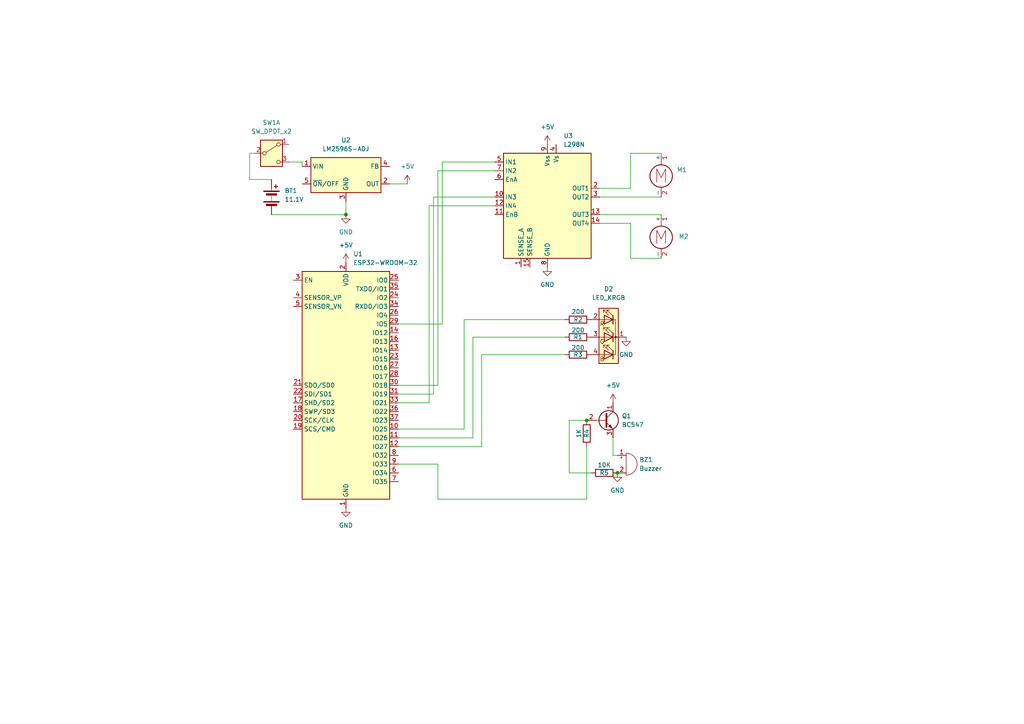
<source format=kicad_sch>
(kicad_sch (version 20250114) (generator "eeschema") (generator_version "9.0")
  (paper "A4")
  (lib_symbols
    (symbol "Device:Battery" (pin_numbers (hide yes)) (pin_names (offset 0) (hide yes))
      (property "Reference" "BT" (at 2.54 2.54 0))
      (property "Value" "Battery" (at 2.54 0 0))
      (symbol "Battery_0_1"
        (rectangle (start -2.286 1.778) (end 2.286 1.524) (fill (type outline)))
        (rectangle (start -2.286 -1.27) (end 2.286 -1.524) (fill (type outline)))
        (rectangle (start -1.524 1.016) (end 1.524 0.508) (fill (type outline)))
        (rectangle (start -1.524 -2.032) (end 1.524 -2.54) (fill (type outline)))
        (polyline (pts (xy 0 1.778) (xy 0 2.54)))
        (polyline (pts (xy 0 0) (xy 0 0.254)))
        (polyline (pts (xy 0 -0.508) (xy 0 -0.254)))
        (polyline (pts (xy 0 -1.016) (xy 0 -0.762)))
        (polyline (pts (xy 0.762 3.048) (xy 1.778 3.048)) (stroke (width 0.254)))
        (polyline (pts (xy 1.27 3.556) (xy 1.27 2.54)) (stroke (width 0.254)))
      )
      (symbol "Battery_1_1"
        (pin passive line (at 0 5.08 270) (length 2.54) (name "+") (number "1"))
        (pin passive line (at 0 -5.08 90) (length 2.54) (name "-") (number "2"))
      )
    )
    (symbol "Device:Buzzer" (pin_names (offset 0.0254) (hide yes))
      (property "Reference" "BZ" (at 3.81 1.27 0))
      (property "Value" "Buzzer" (at 3.81 -1.27 0))
      (symbol "Buzzer_0_1"
        (polyline (pts (xy -1.651 1.905) (xy -1.143 1.905)))
        (polyline (pts (xy -1.397 2.159) (xy -1.397 1.651)))
        (arc (start 0 3.175) (mid 3.1612 0) (end 0 -3.175))
        (polyline (pts (xy 0 3.175) (xy 0 -3.175)))
      )
      (symbol "Buzzer_1_1"
        (pin passive line (at -2.54 2.54 0) (length 2.54) (name "+") (number "1"))
        (pin passive line (at -2.54 -2.54 0) (length 2.54) (name "-") (number "2"))
      )
    )
    (symbol "Device:LED_KRGB" (pin_names (offset 0) (hide yes))
      (property "Reference" "D" (at 0 9.398 0))
      (property "Value" "LED_KRGB" (at 0 -8.89 0))
      (symbol "LED_KRGB_0_0"
        (text "R" (at 1.905 3.81 0) (effects (font (size 1.27 1.27))))
        (text "G" (at 1.905 -1.27 0) (effects (font (size 1.27 1.27))))
        (text "B" (at 1.905 -6.35 0) (effects (font (size 1.27 1.27))))
      )
      (symbol "LED_KRGB_0_1"
        (circle (center -2.032 0) (radius 0.254) (fill (type outline)))
        (polyline (pts (xy -1.27 6.35) (xy -1.27 3.81)) (stroke (width 0.254)))
        (polyline (pts (xy -1.27 6.35) (xy -1.27 3.81) (xy -1.27 3.81)))
        (polyline (pts (xy -1.27 5.08) (xy 1.27 5.08)))
        (polyline (pts (xy -1.27 5.08) (xy -2.032 5.08) (xy -2.032 -5.08) (xy -1.016 -5.08)))
        (polyline (pts (xy -1.27 1.27) (xy -1.27 -1.27)) (stroke (width 0.254)))
        (polyline (pts (xy -1.27 1.27) (xy -1.27 -1.27) (xy -1.27 -1.27)))
        (polyline (pts (xy -1.27 0) (xy -2.54 0)))
        (polyline (pts (xy -1.27 -3.81) (xy -1.27 -6.35)) (stroke (width 0.254)))
        (polyline (pts (xy -1.27 -5.08) (xy 1.27 -5.08)))
        (polyline (pts (xy -1.016 6.35) (xy 0.508 7.874) (xy -0.254 7.874) (xy 0.508 7.874) (xy 0.508 7.112)))
        (polyline (pts (xy -1.016 1.27) (xy 0.508 2.794) (xy -0.254 2.794) (xy 0.508 2.794) (xy 0.508 2.032)))
        (polyline (pts (xy -1.016 -3.81) (xy 0.508 -2.286) (xy -0.254 -2.286) (xy 0.508 -2.286) (xy 0.508 -3.048)))
        (polyline (pts (xy 0 6.35) (xy 1.524 7.874) (xy 0.762 7.874) (xy 1.524 7.874) (xy 1.524 7.112)))
        (polyline (pts (xy 0 1.27) (xy 1.524 2.794) (xy 0.762 2.794) (xy 1.524 2.794) (xy 1.524 2.032)))
        (polyline (pts (xy 0 -3.81) (xy 1.524 -2.286) (xy 0.762 -2.286) (xy 1.524 -2.286) (xy 1.524 -3.048)))
        (polyline (pts (xy 1.27 6.35) (xy 1.27 3.81) (xy -1.27 5.08) (xy 1.27 6.35)) (stroke (width 0.254)))
        (rectangle (start 1.27 6.35) (end 1.27 6.35))
        (polyline (pts (xy 1.27 5.08) (xy 2.54 5.08)))
        (rectangle (start 1.27 3.81) (end 1.27 6.35))
        (polyline (pts (xy 1.27 1.27) (xy 1.27 -1.27) (xy -1.27 0) (xy 1.27 1.27)) (stroke (width 0.254)))
        (rectangle (start 1.27 1.27) (end 1.27 1.27))
        (polyline (pts (xy 1.27 0) (xy -1.27 0)))
        (polyline (pts (xy 1.27 0) (xy 2.54 0)))
        (rectangle (start 1.27 -1.27) (end 1.27 1.27))
        (polyline (pts (xy 1.27 -3.81) (xy 1.27 -6.35) (xy -1.27 -5.08) (xy 1.27 -3.81)) (stroke (width 0.254)))
        (polyline (pts (xy 1.27 -5.08) (xy 2.54 -5.08)))
        (rectangle (start 2.794 8.382) (end -2.794 -7.62) (stroke (width 0.254)) (fill (type background)))
      )
      (symbol "LED_KRGB_1_1"
        (pin passive line (at -5.08 0 0) (length 2.54) (name "K") (number "1"))
        (pin passive line (at 5.08 5.08 180) (length 2.54) (name "RA") (number "2"))
        (pin passive line (at 5.08 0 180) (length 2.54) (name "GA") (number "3"))
        (pin passive line (at 5.08 -5.08 180) (length 2.54) (name "BA") (number "4"))
      )
    )
    (symbol "Driver_Motor:L298N"
      (property "Reference" "U" (at -10.16 16.51 0))
      (property "Value" "L298N" (at 12.7 16.51 0))
      (symbol "L298N_0_1"
        (rectangle (start -12.7 15.24) (end 12.7 -15.24) (stroke (width 0.254)) (fill (type background)))
      )
      (symbol "L298N_1_1"
        (pin input line (at -15.24 12.7 0) (length 2.54) (name "IN1") (number "5"))
        (pin input line (at -15.24 10.16 0) (length 2.54) (name "IN2") (number "7"))
        (pin input line (at -15.24 7.62 0) (length 2.54) (name "EnA") (number "6"))
        (pin input line (at -15.24 2.54 0) (length 2.54) (name "IN3") (number "10"))
        (pin input line (at -15.24 0 0) (length 2.54) (name "IN4") (number "12"))
        (pin input line (at -15.24 -2.54 0) (length 2.54) (name "EnB") (number "11"))
        (pin input line (at -7.62 -17.78 90) (length 2.54) (name "SENSE_A") (number "1"))
        (pin input line (at -5.08 -17.78 90) (length 2.54) (name "SENSE_B") (number "15"))
        (pin power_in line (at 0 17.78 270) (length 2.54) (name "Vss") (number "9"))
        (pin power_in line (at 0 -17.78 90) (length 2.54) (name "GND") (number "8"))
        (pin power_in line (at 2.54 17.78 270) (length 2.54) (name "Vs") (number "4"))
        (pin output line (at 15.24 5.08 180) (length 2.54) (name "OUT1") (number "2"))
        (pin output line (at 15.24 2.54 180) (length 2.54) (name "OUT2") (number "3"))
        (pin output line (at 15.24 -2.54 180) (length 2.54) (name "OUT3") (number "13"))
        (pin output line (at 15.24 -5.08 180) (length 2.54) (name "OUT4") (number "14"))
      )
    )
    (symbol "Motor:Motor_DC" (pin_names (offset 0))
      (property "Reference" "M" (at 2.54 2.54 0))
      (property "Value" "Motor_DC" (at 2.54 -5.08 0))
      (symbol "Motor_DC_0_0"
        (polyline (pts (xy -1.27 -3.302) (xy -1.27 0.508) (xy 0 -2.032) (xy 1.27 0.508) (xy 1.27 -3.302)))
      )
      (symbol "Motor_DC_0_1"
        (polyline (pts (xy 0 2.032) (xy 0 2.54)))
        (polyline (pts (xy 0 1.7272) (xy 0 2.0828)))
        (circle (center 0 -1.524) (radius 3.2512) (stroke (width 0.254)))
        (polyline (pts (xy 0 -4.7752) (xy 0 -5.1816)))
        (polyline (pts (xy 0 -7.62) (xy 0 -7.112)))
      )
      (symbol "Motor_DC_1_1"
        (pin passive line (at 0 5.08 270) (length 2.54) (name "+") (number "1"))
        (pin passive line (at 0 -7.62 90) (length 2.54) (name "-") (number "2"))
      )
    )
    (symbol "RF_Module:ESP32-WROOM-32"
      (property "Reference" "U" (at -12.7 34.29 0))
      (property "Value" "ESP32-WROOM-32" (at 1.27 34.29 0))
      (symbol "ESP32-WROOM-32_0_1"
        (rectangle (start -12.7 33.02) (end 12.7 -33.02) (stroke (width 0.254)) (fill (type background)))
      )
      (symbol "ESP32-WROOM-32_1_1"
        (pin input line (at -15.24 30.48 0) (length 2.54) (name "EN") (number "3"))
        (pin input line (at -15.24 25.4 0) (length 2.54) (name "SENSOR_VP") (number "4"))
        (pin input line (at -15.24 22.86 0) (length 2.54) (name "SENSOR_VN") (number "5"))
        (pin bidirectional line (at -15.24 0 0) (length 2.54) (name "SDO/SD0") (number "21"))
        (pin bidirectional line (at -15.24 -2.54 0) (length 2.54) (name "SDI/SD1") (number "22"))
        (pin bidirectional line (at -15.24 -5.08 0) (length 2.54) (name "SHD/SD2") (number "17"))
        (pin bidirectional line (at -15.24 -7.62 0) (length 2.54) (name "SWP/SD3") (number "18"))
        (pin bidirectional line (at -15.24 -10.16 0) (length 2.54) (name "SCK/CLK") (number "20"))
        (pin bidirectional line (at -15.24 -12.7 0) (length 2.54) (name "SCS/CMD") (number "19"))
        (pin no_connect line (at -12.7 -27.94 0) (length 2.54) (hide yes) (name "NC") (number "32"))
        (pin power_in line (at 0 35.56 270) (length 2.54) (name "VDD") (number "2"))
        (pin power_in line (at 0 -35.56 90) (length 2.54) (name "GND") (number "1"))
        (pin passive line (at 0 -35.56 90) (length 2.54) (hide yes) (name "GND") (number "15"))
        (pin passive line (at 0 -35.56 90) (length 2.54) (hide yes) (name "GND") (number "38"))
        (pin passive line (at 0 -35.56 90) (length 2.54) (hide yes) (name "GND") (number "39"))
        (pin bidirectional line (at 15.24 30.48 180) (length 2.54) (name "IO0") (number "25"))
        (pin bidirectional line (at 15.24 27.94 180) (length 2.54) (name "TXD0/IO1") (number "35"))
        (pin bidirectional line (at 15.24 25.4 180) (length 2.54) (name "IO2") (number "24"))
        (pin bidirectional line (at 15.24 22.86 180) (length 2.54) (name "RXD0/IO3") (number "34"))
        (pin bidirectional line (at 15.24 20.32 180) (length 2.54) (name "IO4") (number "26"))
        (pin bidirectional line (at 15.24 17.78 180) (length 2.54) (name "IO5") (number "29"))
        (pin bidirectional line (at 15.24 15.24 180) (length 2.54) (name "IO12") (number "14"))
        (pin bidirectional line (at 15.24 12.7 180) (length 2.54) (name "IO13") (number "16"))
        (pin bidirectional line (at 15.24 10.16 180) (length 2.54) (name "IO14") (number "13"))
        (pin bidirectional line (at 15.24 7.62 180) (length 2.54) (name "IO15") (number "23"))
        (pin bidirectional line (at 15.24 5.08 180) (length 2.54) (name "IO16") (number "27"))
        (pin bidirectional line (at 15.24 2.54 180) (length 2.54) (name "IO17") (number "28"))
        (pin bidirectional line (at 15.24 0 180) (length 2.54) (name "IO18") (number "30"))
        (pin bidirectional line (at 15.24 -2.54 180) (length 2.54) (name "IO19") (number "31"))
        (pin bidirectional line (at 15.24 -5.08 180) (length 2.54) (name "IO21") (number "33"))
        (pin bidirectional line (at 15.24 -7.62 180) (length 2.54) (name "IO22") (number "36"))
        (pin bidirectional line (at 15.24 -10.16 180) (length 2.54) (name "IO23") (number "37"))
        (pin bidirectional line (at 15.24 -12.7 180) (length 2.54) (name "IO25") (number "10"))
        (pin bidirectional line (at 15.24 -15.24 180) (length 2.54) (name "IO26") (number "11"))
        (pin bidirectional line (at 15.24 -17.78 180) (length 2.54) (name "IO27") (number "12"))
        (pin bidirectional line (at 15.24 -20.32 180) (length 2.54) (name "IO32") (number "8"))
        (pin bidirectional line (at 15.24 -22.86 180) (length 2.54) (name "IO33") (number "9"))
        (pin input line (at 15.24 -25.4 180) (length 2.54) (name "IO34") (number "6"))
        (pin input line (at 15.24 -27.94 180) (length 2.54) (name "IO35") (number "7"))
      )
    )
    (symbol "R_1" (pin_numbers (hide yes)) (pin_names (offset 0))
      (property "Reference" "R" (at 2.032 0 90))
      (property "Value" "R" (at 0 0 90))
      (symbol "R_1_0_1"
        (rectangle (start -1.016 -2.54) (end 1.016 2.54) (stroke (width 0.254)))
      )
      (symbol "R_1_1_1"
        (pin passive line (at 0 3.81 270) (length 1.27) (name "~") (number "1"))
        (pin passive line (at 0 -3.81 90) (length 1.27) (name "~") (number "2"))
      )
    )
    (symbol "Regulator_Switching:LM2596S-ADJ"
      (property "Reference" "U" (at -10.16 6.35 0))
      (property "Value" "LM2596S-ADJ" (at 0 6.35 0))
      (symbol "LM2596S-ADJ_0_1"
        (rectangle (start -10.16 5.08) (end 10.16 -5.08) (stroke (width 0.254)) (fill (type background)))
      )
      (symbol "LM2596S-ADJ_1_1"
        (pin power_in line (at -12.7 2.54 0) (length 2.54) (name "VIN") (number "1"))
        (pin input line (at -12.7 -2.54 0) (length 2.54) (name "~{ON}/OFF") (number "5"))
        (pin power_in line (at 0 -7.62 90) (length 2.54) (name "GND") (number "3"))
        (pin input line (at 12.7 2.54 180) (length 2.54) (name "FB") (number "4"))
        (pin output line (at 12.7 -2.54 180) (length 2.54) (name "OUT") (number "2"))
      )
    )
    (symbol "Switch:SW_DPDT_x2" (pin_names (offset 0) (hide yes))
      (property "Reference" "SW" (at 0 5.08 0))
      (property "Value" "SW_DPDT_x2" (at 0 -5.08 0))
      (symbol "SW_DPDT_x2_0_0"
        (circle (center -2.032 0) (radius 0.508))
        (circle (center 2.032 -2.54) (radius 0.508))
      )
      (symbol "SW_DPDT_x2_0_1"
        (rectangle (start -3.175 3.81) (end 3.175 -3.81) (stroke (width 0.254)) (fill (type background)))
        (polyline (pts (xy -1.524 0.254) (xy 1.5748 2.286)))
        (circle (center 2.032 2.54) (radius 0.508))
      )
      (symbol "SW_DPDT_x2_1_1"
        (pin passive line (at -5.08 0 0) (length 2.54) (name "B") (number "2"))
        (pin passive line (at 5.08 2.54 180) (length 2.54) (name "A") (number "1"))
        (pin passive line (at 5.08 -2.54 180) (length 2.54) (name "C") (number "3"))
      )
      (symbol "SW_DPDT_x2_2_1"
        (pin passive line (at -5.08 0 0) (length 2.54) (name "B") (number "5"))
        (pin passive line (at 5.08 2.54 180) (length 2.54) (name "A") (number "4"))
        (pin passive line (at 5.08 -2.54 180) (length 2.54) (name "C") (number "6"))
      )
    )
    (symbol "Transistor_BJT:BC547" (pin_names (offset 0) (hide yes))
      (property "Reference" "Q" (at 5.08 1.905 0))
      (property "Value" "BC547" (at 5.08 0 0))
      (symbol "BC547_0_1"
        (polyline (pts (xy -2.54 0) (xy 0.635 0)))
        (polyline (pts (xy 0.635 1.905) (xy 0.635 -1.905)) (stroke (width 0.508)))
        (circle (center 1.27 0) (radius 2.8194) (stroke (width 0.254)))
      )
      (symbol "BC547_1_1"
        (polyline (pts (xy 0.635 0.635) (xy 2.54 2.54)))
        (polyline (pts (xy 0.635 -0.635) (xy 2.54 -2.54)))
        (polyline (pts (xy 1.27 -1.778) (xy 1.778 -1.27) (xy 2.286 -2.286) (xy 1.27 -1.778)) (fill (type outline)))
        (pin input line (at -5.08 0 0) (length 2.54) (name "B") (number "2"))
        (pin passive line (at 2.54 5.08 270) (length 2.54) (name "C") (number "1"))
        (pin passive line (at 2.54 -5.08 90) (length 2.54) (name "E") (number "3"))
      )
    )
    (symbol "power:+5V" (power) (pin_numbers (hide yes)) (pin_names (offset 0) (hide yes))
      (property "Value" "+5V" (at 0 3.556 0))
      (symbol "+5V_0_1"
        (polyline (pts (xy -0.762 1.27) (xy 0 2.54)))
        (polyline (pts (xy 0 2.54) (xy 0.762 1.27)))
        (polyline (pts (xy 0 0) (xy 0 2.54)))
      )
      (symbol "+5V_1_1"
        (pin power_in line (at 0 0 90) (length 0) (name "~") (number "1"))
      )
    )
    (symbol "power:GND" (power) (pin_numbers (hide yes)) (pin_names (offset 0) (hide yes))
      (property "Value" "GND" (at 0 -3.81 0))
      (symbol "GND_0_1"
        (polyline (pts (xy 0 0) (xy 0 -1.27) (xy 1.27 -1.27) (xy 0 -2.54) (xy -1.27 -1.27) (xy 0 -1.27)))
      )
      (symbol "GND_1_1"
        (pin power_in line (at 0 0 270) (length 0) (name "~") (number "1"))
      )
    )
  )
  (junction (at 100.33 62.23))
  (junction (at 170.18 121.92))
  (junction (at 179.07 137.16))
  (wire (pts (xy 170.18 144.78) (xy 170.18 129.54)))
  (wire (pts (xy 118.11 53.34) (xy 113.03 53.34)))
  (wire (pts (xy 115.57 116.84) (xy 124.46 116.84)))
  (wire (pts (xy 128.27 46.99) (xy 143.51 46.99)))
  (wire (pts (xy 139.7 102.87) (xy 163.83 102.87)))
  (wire (pts (xy 182.88 44.45) (xy 191.77 44.45)))
  (wire (pts (xy 127 111.76) (xy 127 49.53)))
  (wire (pts (xy 78.74 52.07) (xy 72.39 52.07)))
  (wire (pts (xy 78.74 62.23) (xy 100.33 62.23)))
  (wire (pts (xy 173.99 57.15) (xy 191.77 57.15)))
  (wire (pts (xy 173.99 62.23) (xy 191.77 62.23)))
  (wire (pts (xy 134.62 124.46) (xy 134.62 92.71)))
  (wire (pts (xy 100.33 62.23) (xy 100.33 58.42)))
  (wire (pts (xy 182.88 64.77) (xy 182.88 74.93)))
  (wire (pts (xy 115.57 93.98) (xy 128.27 93.98)))
  (wire (pts (xy 173.99 64.77) (xy 182.88 64.77)))
  (wire (pts (xy 134.62 92.71) (xy 163.83 92.71)))
  (wire (pts (xy 163.83 97.79) (xy 137.16 97.79)))
  (wire (pts (xy 72.39 52.07) (xy 72.39 44.45)))
  (wire (pts (xy 125.73 57.15) (xy 143.51 57.15)))
  (wire (pts (xy 128.27 93.98) (xy 128.27 46.99)))
  (wire (pts (xy 115.57 127) (xy 137.16 127)))
  (wire (pts (xy 134.62 124.46) (xy 115.57 124.46)))
  (wire (pts (xy 127 49.53) (xy 143.51 49.53)))
  (wire (pts (xy 177.8 132.08) (xy 179.07 132.08)))
  (wire (pts (xy 182.88 74.93) (xy 191.77 74.93)))
  (wire (pts (xy 125.73 114.3) (xy 125.73 57.15)))
  (wire (pts (xy 87.63 46.99) (xy 87.63 48.26)))
  (wire (pts (xy 127 144.78) (xy 127 134.62)))
  (wire (pts (xy 173.99 54.61) (xy 182.88 54.61)))
  (wire (pts (xy 177.8 127) (xy 177.8 132.08)))
  (wire (pts (xy 115.57 111.76) (xy 127 111.76)))
  (wire (pts (xy 171.45 137.16) (xy 165.1 137.16)))
  (wire (pts (xy 127 144.78) (xy 170.18 144.78)))
  (wire (pts (xy 182.88 54.61) (xy 182.88 44.45)))
  (wire (pts (xy 124.46 59.69) (xy 143.51 59.69)))
  (wire (pts (xy 165.1 137.16) (xy 165.1 121.92)))
  (wire (pts (xy 137.16 97.79) (xy 137.16 127)))
  (wire (pts (xy 127 134.62) (xy 115.57 134.62)))
  (wire (pts (xy 83.82 46.99) (xy 87.63 46.99)))
  (wire (pts (xy 72.39 44.45) (xy 73.66 44.45)))
  (wire (pts (xy 139.7 102.87) (xy 139.7 129.54)))
  (wire (pts (xy 165.1 121.92) (xy 170.18 121.92)))
  (wire (pts (xy 124.46 116.84) (xy 124.46 59.69)))
  (wire (pts (xy 139.7 129.54) (xy 115.57 129.54)))
  (wire (pts (xy 115.57 114.3) (xy 125.73 114.3)))
  (symbol (lib_id "Driver_Motor:L298N") (at 158.75 59.69 0) (unit 1)
    (property "Reference" "U3" (at 163.4333 39.37 0) (effects (justify left)))
    (property "Value" "L298N" (at 163.4333 41.91 0) (effects (justify left)))
    (property "Footprint" "Package_TO_SOT_THT:TO-220-15_P2.54x5.08mm_StaggerOdd_Lead4.58mm_Vertical" (effects (hide yes)))
    (property "Datasheet" "http://www.st.com/st-web-ui/static/active/en/resource/technical/document/datasheet/CD00000240.pdf" (effects (hide yes)))
    (property "Description" "Dual full bridge motor driver, up to 46V, 4A, Multiwatt15-V" (effects (hide yes)))
  )
  (symbol (lib_id "power:+5V") (at 158.75 41.91 0) (unit 1)
    (property "Reference" "#PWR08" (effects (hide yes)))
    (property "Value" "+5V" (at 158.75 36.83 0))
    (property "Description" "Power symbol creates a global label with name \"+5V\"" (effects (hide yes)))
  )
  (symbol (lib_id "power:+5V") (at 100.33 76.2 0) (unit 1)
    (property "Reference" "#PWR03" (effects (hide yes)))
    (property "Value" "+5V" (at 100.33 71.12 0))
    (property "Description" "Power symbol creates a global label with name \"+5V\"" (effects (hide yes)))
  )
  (symbol (lib_name "R_1") (lib_id "Device:R") (at 167.64 92.71 270) (unit 1)
    (property "Reference" "R2" (at 167.64 92.71 90))
    (property "Value" "200" (at 167.64 90.424 90))
    (property "Description" "Resistor" (effects (hide yes)))
  )
  (symbol (lib_id "Device:Buzzer") (at 181.61 134.62 0) (unit 1)
    (property "Reference" "BZ1" (at 185.42 133.3499 0) (effects (justify left)))
    (property "Value" "Buzzer" (at 185.42 135.8899 0) (effects (justify left)))
    (property "Description" "Buzzer, polarized" (effects (hide yes)))
  )
  (symbol (lib_id "power:+5V") (at 177.8 116.84 0) (unit 1)
    (property "Reference" "#PWR06" (effects (hide yes)))
    (property "Value" "+5V" (at 177.8 111.76 0))
    (property "Description" "Power symbol creates a global label with name \"+5V\"" (effects (hide yes)))
  )
  (symbol (lib_name "R_1") (lib_id "Device:R") (at 167.64 102.87 270) (unit 1)
    (property "Reference" "R3" (at 167.64 102.87 90))
    (property "Value" "200" (at 167.64 100.838 90))
    (property "Description" "Resistor" (effects (hide yes)))
  )
  (symbol (lib_id "Switch:SW_DPDT_x2") (at 78.74 44.45 0) (unit 1)
    (property "Reference" "SW1" (at 78.74 35.56 0))
    (property "Value" "SW_DPDT_x2" (at 78.74 38.1 0))
    (property "Description" "Switch, dual pole double throw, separate symbols" (effects (hide yes)))
  )
  (symbol (lib_id "power:GND") (at 158.75 77.47 0) (unit 1)
    (property "Reference" "#PWR09" (effects (hide yes)))
    (property "Value" "GND" (at 158.75 82.55 0))
    (property "Description" "Power symbol creates a global label with name \"GND\" , ground" (effects (hide yes)))
  )
  (symbol (lib_id "Motor:Motor_DC") (at 191.77 49.53 0) (unit 1)
    (property "Reference" "M1" (at 196.342 49.276 0) (effects (justify left)))
    (property "Value" "Motor_DC" (effects (hide yes)))
    (property "Description" "DC Motor" (effects (hide yes)))
  )
  (symbol (lib_id "Regulator_Switching:LM2596S-ADJ") (at 100.33 50.8 0) (unit 1)
    (property "Reference" "U2" (at 100.33 40.64 0))
    (property "Value" "LM2596S-ADJ" (at 100.33 43.18 0))
    (property "Footprint" "Package_TO_SOT_SMD:TO-263-5_TabPin3" (effects (hide yes)))
    (property "Datasheet" "http://www.ti.com/lit/ds/symlink/lm2596.pdf" (effects (hide yes)))
    (property "Description" "Adjustable 3A Step-Down Voltage Regulator, TO-263" (effects (hide yes)))
  )
  (symbol (lib_id "power:GND") (at 100.33 147.32 0) (unit 1)
    (property "Reference" "#PWR04" (effects (hide yes)))
    (property "Value" "GND" (at 100.33 152.4 0))
    (property "Description" "Power symbol creates a global label with name \"GND\" , ground" (effects (hide yes)))
  )
  (symbol (lib_id "RF_Module:ESP32-WROOM-32") (at 100.33 111.76 0) (unit 1)
    (property "Reference" "U1" (at 102.4733 73.66 0) (effects (justify left)))
    (property "Value" "ESP32-WROOM-32" (at 102.4733 76.2 0) (effects (justify left)))
    (property "Footprint" "RF_Module:ESP32-WROOM-32" (effects (hide yes)))
    (property "Datasheet" "https://www.espressif.com/sites/default/files/documentation/esp32-wroom-32_datasheet_en.pdf" (effects (hide yes)))
    (property "Description" "RF Module, ESP32-D0WDQ6 SoC, Wi-Fi 802.11b/g/n, Bluetooth, BLE, 32-bit, 2.7-3.6V, onboard antenna, SMD" (effects (hide yes)))
  )
  (symbol (lib_id "Transistor_BJT:BC547") (at 175.26 121.92 0) (unit 1)
    (property "Reference" "Q1" (at 180.34 120.6499 0) (effects (justify left)))
    (property "Value" "BC547" (at 180.34 123.1899 0) (effects (justify left)))
    (property "Footprint" "Package_TO_SOT_THT:TO-92_Inline" (effects (hide yes)))
    (property "Datasheet" "https://www.onsemi.com/pub/Collateral/BC550-D.pdf" (effects (hide yes)))
    (property "Description" "0.1A Ic, 45V Vce, Small Signal NPN Transistor, TO-92" (effects (hide yes)))
    (property "Sim.Device" "NPN" (effects (hide yes)))
    (property "Sim.Pins" "1=C 2=B 3=E" (effects (hide yes)))
  )
  (symbol (lib_id "Motor:Motor_DC") (at 191.77 67.31 0) (unit 1)
    (property "Reference" "M2" (at 196.85 68.5799 0) (effects (justify left)))
    (property "Value" "Motor_DC" (effects (hide yes)))
    (property "Description" "DC Motor" (effects (hide yes)))
  )
  (symbol (lib_id "Device:LED_KRGB") (at 176.53 97.79 0) (mirror y) (unit 1)
    (property "Reference" "D2" (at 176.53 83.82 0))
    (property "Value" "LED_KRGB" (at 176.53 86.36 0))
    (property "Description" "RGB LED, cathode/red/green/blue" (effects (hide yes)))
  )
  (symbol (lib_id "Device:Battery") (at 78.74 57.15 0) (unit 1)
    (property "Reference" "BT1" (at 82.55 55.3084 0) (effects (justify left)))
    (property "Value" "11.1V" (at 82.55 57.8484 0) (effects (justify left)))
    (property "Description" "Multiple-cell battery" (effects (hide yes)))
    (property "Sim.Device" "V" (effects (hide yes)))
    (property "Sim.Type" "DC" (effects (hide yes)))
    (property "Sim.Pins" "1=+ 2=-" (effects (hide yes)))
  )
  (symbol (lib_id "power:GND") (at 181.61 97.79 0) (unit 1)
    (property "Reference" "#PWR05" (effects (hide yes)))
    (property "Value" "GND" (at 181.61 102.87 0))
    (property "Description" "Power symbol creates a global label with name \"GND\" , ground" (effects (hide yes)))
  )
  (symbol (lib_name "R_1") (lib_id "Device:R") (at 170.18 125.73 0) (unit 1)
    (property "Reference" "R4" (at 170.18 125.73 90))
    (property "Value" "1K" (at 167.894 125.73 90))
    (property "Description" "Resistor" (effects (hide yes)))
  )
  (symbol (lib_name "R_1") (lib_id "Device:R") (at 175.26 137.16 270) (unit 1)
    (property "Reference" "R5" (at 175.26 137.16 90))
    (property "Value" "10K" (at 175.26 134.874 90))
    (property "Description" "Resistor" (effects (hide yes)))
  )
  (symbol (lib_id "power:+5V") (at 118.11 53.34 0) (unit 1)
    (property "Reference" "#PWR02" (effects (hide yes)))
    (property "Value" "+5V" (at 118.11 48.26 0))
    (property "Description" "Power symbol creates a global label with name \"+5V\"" (effects (hide yes)))
  )
  (symbol (lib_id "power:GND") (at 179.07 137.16 0) (unit 1)
    (property "Reference" "#PWR07" (effects (hide yes)))
    (property "Value" "GND" (at 179.07 142.24 0))
    (property "Description" "Power symbol creates a global label with name \"GND\" , ground" (effects (hide yes)))
  )
  (symbol (lib_id "power:GND") (at 100.33 62.23 0) (unit 1)
    (property "Reference" "#PWR01" (effects (hide yes)))
    (property "Value" "GND" (at 100.33 67.31 0))
    (property "Description" "Power symbol creates a global label with name \"GND\" , ground" (effects (hide yes)))
  )
  (symbol (lib_name "R_1") (lib_id "Device:R") (at 167.64 97.79 270) (unit 1)
    (property "Reference" "R1" (at 167.64 97.79 90))
    (property "Value" "200" (at 167.64 95.758 90))
    (property "Description" "Resistor" (effects (hide yes)))
  )
)
</source>
